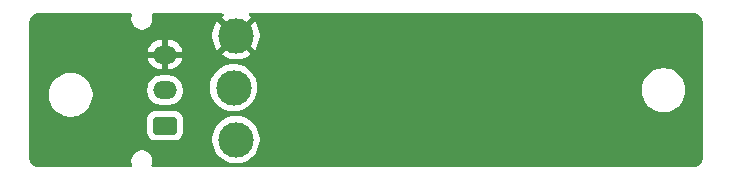
<source format=gbr>
%TF.GenerationSoftware,KiCad,Pcbnew,9.0.0*%
%TF.CreationDate,2025-03-23T00:29:21-05:00*%
%TF.ProjectId,LeakDetectionSensorV1,4c65616b-4465-4746-9563-74696f6e5365,rev?*%
%TF.SameCoordinates,Original*%
%TF.FileFunction,Copper,L2,Bot*%
%TF.FilePolarity,Positive*%
%FSLAX46Y46*%
G04 Gerber Fmt 4.6, Leading zero omitted, Abs format (unit mm)*
G04 Created by KiCad (PCBNEW 9.0.0) date 2025-03-23 00:29:21*
%MOMM*%
%LPD*%
G01*
G04 APERTURE LIST*
G04 Aperture macros list*
%AMRoundRect*
0 Rectangle with rounded corners*
0 $1 Rounding radius*
0 $2 $3 $4 $5 $6 $7 $8 $9 X,Y pos of 4 corners*
0 Add a 4 corners polygon primitive as box body*
4,1,4,$2,$3,$4,$5,$6,$7,$8,$9,$2,$3,0*
0 Add four circle primitives for the rounded corners*
1,1,$1+$1,$2,$3*
1,1,$1+$1,$4,$5*
1,1,$1+$1,$6,$7*
1,1,$1+$1,$8,$9*
0 Add four rect primitives between the rounded corners*
20,1,$1+$1,$2,$3,$4,$5,0*
20,1,$1+$1,$4,$5,$6,$7,0*
20,1,$1+$1,$6,$7,$8,$9,0*
20,1,$1+$1,$8,$9,$2,$3,0*%
G04 Aperture macros list end*
%TA.AperFunction,ComponentPad*%
%ADD10C,3.000000*%
%TD*%
%TA.AperFunction,ComponentPad*%
%ADD11RoundRect,0.250001X0.759999X-0.499999X0.759999X0.499999X-0.759999X0.499999X-0.759999X-0.499999X0*%
%TD*%
%TA.AperFunction,ComponentPad*%
%ADD12O,2.020000X1.500000*%
%TD*%
G04 APERTURE END LIST*
D10*
%TO.P,3V3,1,1*%
%TO.N,+3V3*%
X138800000Y-95000000D03*
%TD*%
%TO.P,GND,1,1*%
%TO.N,GND*%
X139000000Y-90600000D03*
%TD*%
%TO.P,SENS,1,1*%
%TO.N,Net-(J1-Pin_1)*%
X139000000Y-99400000D03*
%TD*%
D11*
%TO.P,J1,1,Pin_1*%
%TO.N,Net-(J1-Pin_1)*%
X132985000Y-98200000D03*
D12*
%TO.P,J1,2,Pin_2*%
%TO.N,+3V3*%
X132985000Y-95200000D03*
%TO.P,J1,3,Pin_3*%
%TO.N,GND*%
X132985000Y-92200000D03*
%TD*%
%TA.AperFunction,Conductor*%
%TO.N,GND*%
G36*
X130154901Y-88720185D02*
G01*
X130200656Y-88772989D01*
X130210600Y-88842147D01*
X130202423Y-88871953D01*
X130173529Y-88941708D01*
X130173527Y-88941716D01*
X130139500Y-89112781D01*
X130139500Y-89287218D01*
X130173527Y-89458283D01*
X130173529Y-89458291D01*
X130240278Y-89619439D01*
X130240283Y-89619448D01*
X130337186Y-89764473D01*
X130337189Y-89764477D01*
X130460522Y-89887810D01*
X130460526Y-89887813D01*
X130605551Y-89984716D01*
X130605557Y-89984719D01*
X130605558Y-89984720D01*
X130766709Y-90051471D01*
X130937781Y-90085499D01*
X130937785Y-90085500D01*
X130937786Y-90085500D01*
X131112215Y-90085500D01*
X131112216Y-90085499D01*
X131283291Y-90051471D01*
X131444442Y-89984720D01*
X131589474Y-89887813D01*
X131712813Y-89764474D01*
X131809720Y-89619442D01*
X131876471Y-89458291D01*
X131910500Y-89287214D01*
X131910500Y-89112786D01*
X131876471Y-88941709D01*
X131847576Y-88871952D01*
X131840108Y-88802483D01*
X131871383Y-88740004D01*
X131931472Y-88704352D01*
X131962138Y-88700500D01*
X137827259Y-88700500D01*
X137894298Y-88720185D01*
X137940053Y-88772989D01*
X137949997Y-88842147D01*
X137920972Y-88905703D01*
X137889257Y-88931888D01*
X137886471Y-88933495D01*
X137773633Y-89020079D01*
X137773633Y-89020080D01*
X138675974Y-89922421D01*
X138644742Y-89935359D01*
X138521903Y-90017437D01*
X138417437Y-90121903D01*
X138335359Y-90244742D01*
X138322421Y-90275974D01*
X137420080Y-89373633D01*
X137420079Y-89373633D01*
X137333496Y-89486471D01*
X137202409Y-89713517D01*
X137202404Y-89713528D01*
X137102075Y-89955744D01*
X137034222Y-90208979D01*
X137034220Y-90208990D01*
X137000000Y-90468905D01*
X137000000Y-90731094D01*
X137034220Y-90991009D01*
X137034222Y-90991020D01*
X137102075Y-91244255D01*
X137202404Y-91486471D01*
X137202409Y-91486482D01*
X137333488Y-91713516D01*
X137333494Y-91713524D01*
X137420080Y-91826365D01*
X138322421Y-90924024D01*
X138335359Y-90955258D01*
X138417437Y-91078097D01*
X138521903Y-91182563D01*
X138644742Y-91264641D01*
X138675974Y-91277577D01*
X137773633Y-92179917D01*
X137773633Y-92179918D01*
X137886475Y-92266505D01*
X137886483Y-92266511D01*
X138113517Y-92397590D01*
X138113528Y-92397595D01*
X138355744Y-92497924D01*
X138608979Y-92565777D01*
X138608990Y-92565779D01*
X138868905Y-92599999D01*
X138868920Y-92600000D01*
X139131080Y-92600000D01*
X139131094Y-92599999D01*
X139391009Y-92565779D01*
X139391020Y-92565777D01*
X139644255Y-92497924D01*
X139886471Y-92397595D01*
X139886482Y-92397590D01*
X140113516Y-92266511D01*
X140113534Y-92266499D01*
X140226365Y-92179919D01*
X140226365Y-92179917D01*
X139324025Y-91277578D01*
X139355258Y-91264641D01*
X139478097Y-91182563D01*
X139582563Y-91078097D01*
X139664641Y-90955258D01*
X139677577Y-90924025D01*
X140579917Y-91826365D01*
X140579919Y-91826365D01*
X140666499Y-91713534D01*
X140666511Y-91713516D01*
X140797590Y-91486482D01*
X140797595Y-91486471D01*
X140897924Y-91244255D01*
X140965777Y-90991020D01*
X140965779Y-90991009D01*
X140999999Y-90731094D01*
X141000000Y-90731080D01*
X141000000Y-90468919D01*
X140999999Y-90468905D01*
X140965779Y-90208990D01*
X140965777Y-90208979D01*
X140897924Y-89955744D01*
X140797595Y-89713528D01*
X140797590Y-89713517D01*
X140666511Y-89486483D01*
X140666505Y-89486475D01*
X140579918Y-89373633D01*
X140579917Y-89373633D01*
X139677577Y-90275973D01*
X139664641Y-90244742D01*
X139582563Y-90121903D01*
X139478097Y-90017437D01*
X139355258Y-89935359D01*
X139324023Y-89922421D01*
X140226365Y-89020080D01*
X140113524Y-88933494D01*
X140113516Y-88933488D01*
X140110744Y-88931888D01*
X140062527Y-88881322D01*
X140049303Y-88812715D01*
X140075270Y-88747850D01*
X140132183Y-88707321D01*
X140172742Y-88700500D01*
X177734108Y-88700500D01*
X177793907Y-88700500D01*
X177806061Y-88701097D01*
X177924317Y-88712744D01*
X177948145Y-88717483D01*
X178056005Y-88750202D01*
X178078453Y-88759501D01*
X178162113Y-88804218D01*
X178177849Y-88812629D01*
X178198059Y-88826133D01*
X178285179Y-88897630D01*
X178302369Y-88914820D01*
X178373866Y-89001940D01*
X178387370Y-89022150D01*
X178440495Y-89121538D01*
X178449798Y-89143997D01*
X178482514Y-89251848D01*
X178487256Y-89275688D01*
X178498903Y-89393937D01*
X178499500Y-89406092D01*
X178499500Y-100993907D01*
X178498903Y-101006061D01*
X178498903Y-101006062D01*
X178487256Y-101124311D01*
X178482514Y-101148151D01*
X178449798Y-101256002D01*
X178440495Y-101278461D01*
X178387370Y-101377849D01*
X178373866Y-101398059D01*
X178302369Y-101485179D01*
X178285179Y-101502369D01*
X178198059Y-101573866D01*
X178177849Y-101587370D01*
X178078461Y-101640495D01*
X178056002Y-101649798D01*
X177948151Y-101682514D01*
X177924311Y-101687256D01*
X177839109Y-101695648D01*
X177806060Y-101698903D01*
X177793907Y-101699500D01*
X131962138Y-101699500D01*
X131895099Y-101679815D01*
X131849344Y-101627011D01*
X131839400Y-101557853D01*
X131847577Y-101528047D01*
X131858213Y-101502369D01*
X131876471Y-101458291D01*
X131910500Y-101287214D01*
X131910500Y-101112786D01*
X131876471Y-100941709D01*
X131809720Y-100780558D01*
X131809719Y-100780557D01*
X131809716Y-100780551D01*
X131712813Y-100635526D01*
X131712810Y-100635522D01*
X131589477Y-100512189D01*
X131589473Y-100512186D01*
X131444448Y-100415283D01*
X131444439Y-100415278D01*
X131283291Y-100348529D01*
X131283283Y-100348527D01*
X131112218Y-100314500D01*
X131112214Y-100314500D01*
X130937786Y-100314500D01*
X130937781Y-100314500D01*
X130766716Y-100348527D01*
X130766708Y-100348529D01*
X130605560Y-100415278D01*
X130605551Y-100415283D01*
X130460526Y-100512186D01*
X130460522Y-100512189D01*
X130337189Y-100635522D01*
X130337186Y-100635526D01*
X130240283Y-100780551D01*
X130240278Y-100780560D01*
X130173529Y-100941708D01*
X130173527Y-100941716D01*
X130139500Y-101112781D01*
X130139500Y-101287218D01*
X130173527Y-101458283D01*
X130173529Y-101458291D01*
X130202423Y-101528047D01*
X130209892Y-101597517D01*
X130178617Y-101659996D01*
X130118528Y-101695648D01*
X130087862Y-101699500D01*
X122206093Y-101699500D01*
X122193939Y-101698903D01*
X122143081Y-101693893D01*
X122075688Y-101687256D01*
X122051848Y-101682514D01*
X121943997Y-101649798D01*
X121921541Y-101640496D01*
X121822150Y-101587370D01*
X121801940Y-101573866D01*
X121714820Y-101502369D01*
X121697630Y-101485179D01*
X121626133Y-101398059D01*
X121612629Y-101377849D01*
X121606440Y-101366270D01*
X121559501Y-101278453D01*
X121550201Y-101256002D01*
X121517483Y-101148145D01*
X121512744Y-101124317D01*
X121501097Y-101006061D01*
X121500500Y-100993907D01*
X121500500Y-97649984D01*
X131474500Y-97649984D01*
X131474500Y-98750015D01*
X131485000Y-98852795D01*
X131485001Y-98852796D01*
X131540186Y-99019335D01*
X131540187Y-99019337D01*
X131632286Y-99168651D01*
X131632289Y-99168655D01*
X131756344Y-99292710D01*
X131756348Y-99292713D01*
X131905662Y-99384812D01*
X131905664Y-99384813D01*
X131905666Y-99384814D01*
X132072203Y-99439999D01*
X132174992Y-99450500D01*
X132174997Y-99450500D01*
X133795003Y-99450500D01*
X133795008Y-99450500D01*
X133897797Y-99439999D01*
X134064334Y-99384814D01*
X134213655Y-99292711D01*
X134237494Y-99268872D01*
X136999500Y-99268872D01*
X136999500Y-99531127D01*
X137026123Y-99733339D01*
X137033730Y-99791116D01*
X137101602Y-100044418D01*
X137101605Y-100044428D01*
X137201953Y-100286690D01*
X137201958Y-100286700D01*
X137333075Y-100513803D01*
X137492718Y-100721851D01*
X137492726Y-100721860D01*
X137678140Y-100907274D01*
X137678148Y-100907281D01*
X137886196Y-101066924D01*
X138113299Y-101198041D01*
X138113309Y-101198046D01*
X138328590Y-101287218D01*
X138355581Y-101298398D01*
X138608884Y-101366270D01*
X138868880Y-101400500D01*
X138868887Y-101400500D01*
X139131113Y-101400500D01*
X139131120Y-101400500D01*
X139391116Y-101366270D01*
X139644419Y-101298398D01*
X139886697Y-101198043D01*
X140113803Y-101066924D01*
X140321851Y-100907282D01*
X140321855Y-100907277D01*
X140321860Y-100907274D01*
X140507274Y-100721860D01*
X140507277Y-100721855D01*
X140507282Y-100721851D01*
X140666924Y-100513803D01*
X140798043Y-100286697D01*
X140898398Y-100044419D01*
X140966270Y-99791116D01*
X141000500Y-99531120D01*
X141000500Y-99268880D01*
X140966270Y-99008884D01*
X140898398Y-98755581D01*
X140898394Y-98755571D01*
X140798046Y-98513309D01*
X140798041Y-98513299D01*
X140666924Y-98286196D01*
X140507281Y-98078148D01*
X140507274Y-98078140D01*
X140321860Y-97892726D01*
X140321851Y-97892718D01*
X140113803Y-97733075D01*
X139886700Y-97601958D01*
X139886690Y-97601953D01*
X139644428Y-97501605D01*
X139644421Y-97501603D01*
X139644419Y-97501602D01*
X139391116Y-97433730D01*
X139333339Y-97426123D01*
X139131127Y-97399500D01*
X139131120Y-97399500D01*
X138868880Y-97399500D01*
X138868872Y-97399500D01*
X138637772Y-97429926D01*
X138608884Y-97433730D01*
X138355581Y-97501602D01*
X138355571Y-97501605D01*
X138113309Y-97601953D01*
X138113299Y-97601958D01*
X137886196Y-97733075D01*
X137678148Y-97892718D01*
X137492718Y-98078148D01*
X137333075Y-98286196D01*
X137201958Y-98513299D01*
X137201953Y-98513309D01*
X137101605Y-98755571D01*
X137101602Y-98755581D01*
X137075554Y-98852796D01*
X137033730Y-99008885D01*
X136999500Y-99268872D01*
X134237494Y-99268872D01*
X134337711Y-99168655D01*
X134429814Y-99019334D01*
X134484999Y-98852797D01*
X134495500Y-98750008D01*
X134495500Y-97649992D01*
X134484999Y-97547203D01*
X134429814Y-97380666D01*
X134357374Y-97263224D01*
X134337713Y-97231348D01*
X134337710Y-97231344D01*
X134213655Y-97107289D01*
X134213651Y-97107286D01*
X134064337Y-97015187D01*
X134064335Y-97015186D01*
X133981065Y-96987593D01*
X133897797Y-96960001D01*
X133897795Y-96960000D01*
X133795015Y-96949500D01*
X133795008Y-96949500D01*
X132174992Y-96949500D01*
X132174984Y-96949500D01*
X132072204Y-96960000D01*
X132072203Y-96960001D01*
X131905664Y-97015186D01*
X131905662Y-97015187D01*
X131756348Y-97107286D01*
X131756344Y-97107289D01*
X131632289Y-97231344D01*
X131632286Y-97231348D01*
X131540187Y-97380662D01*
X131540186Y-97380664D01*
X131485001Y-97547203D01*
X131485000Y-97547204D01*
X131474500Y-97649984D01*
X121500500Y-97649984D01*
X121500500Y-95478711D01*
X123149500Y-95478711D01*
X123149500Y-95721288D01*
X123181161Y-95961785D01*
X123243947Y-96196104D01*
X123296037Y-96321860D01*
X123336776Y-96420212D01*
X123458064Y-96630289D01*
X123458066Y-96630292D01*
X123458067Y-96630293D01*
X123605733Y-96822736D01*
X123605739Y-96822743D01*
X123777256Y-96994260D01*
X123777263Y-96994266D01*
X123804527Y-97015186D01*
X123969711Y-97141936D01*
X124179788Y-97263224D01*
X124403900Y-97356054D01*
X124638211Y-97418838D01*
X124818586Y-97442584D01*
X124878711Y-97450500D01*
X124878712Y-97450500D01*
X125121289Y-97450500D01*
X125169388Y-97444167D01*
X125361789Y-97418838D01*
X125596100Y-97356054D01*
X125820212Y-97263224D01*
X126030289Y-97141936D01*
X126222738Y-96994265D01*
X126394265Y-96822738D01*
X126541936Y-96630289D01*
X126663224Y-96420212D01*
X126756054Y-96196100D01*
X126818838Y-95961789D01*
X126850500Y-95721288D01*
X126850500Y-95478712D01*
X126818838Y-95238211D01*
X126782227Y-95101577D01*
X131474500Y-95101577D01*
X131474500Y-95298422D01*
X131505290Y-95492826D01*
X131566117Y-95680029D01*
X131655476Y-95855405D01*
X131771172Y-96014646D01*
X131910354Y-96153828D01*
X132069595Y-96269524D01*
X132152455Y-96311743D01*
X132244970Y-96358882D01*
X132244972Y-96358882D01*
X132244975Y-96358884D01*
X132345317Y-96391487D01*
X132432173Y-96419709D01*
X132626578Y-96450500D01*
X132626583Y-96450500D01*
X133343422Y-96450500D01*
X133537826Y-96419709D01*
X133725025Y-96358884D01*
X133900405Y-96269524D01*
X134059646Y-96153828D01*
X134198828Y-96014646D01*
X134314524Y-95855405D01*
X134403884Y-95680025D01*
X134464709Y-95492826D01*
X134466945Y-95478711D01*
X134495500Y-95298422D01*
X134495500Y-95101577D01*
X134477586Y-94988483D01*
X134464709Y-94907174D01*
X134464661Y-94907027D01*
X134463397Y-94903134D01*
X134463396Y-94903133D01*
X134452264Y-94868872D01*
X136799500Y-94868872D01*
X136799500Y-95131127D01*
X136821526Y-95298422D01*
X136833730Y-95391116D01*
X136901602Y-95644418D01*
X136901605Y-95644428D01*
X137001953Y-95886690D01*
X137001958Y-95886700D01*
X137133075Y-96113803D01*
X137292718Y-96321851D01*
X137292726Y-96321860D01*
X137478140Y-96507274D01*
X137478148Y-96507281D01*
X137686196Y-96666924D01*
X137913299Y-96798041D01*
X137913309Y-96798046D01*
X138070668Y-96863226D01*
X138155581Y-96898398D01*
X138408884Y-96966270D01*
X138668880Y-97000500D01*
X138668887Y-97000500D01*
X138931113Y-97000500D01*
X138931120Y-97000500D01*
X139191116Y-96966270D01*
X139444419Y-96898398D01*
X139686697Y-96798043D01*
X139913803Y-96666924D01*
X140121851Y-96507282D01*
X140121855Y-96507277D01*
X140121860Y-96507274D01*
X140307274Y-96321860D01*
X140307277Y-96321855D01*
X140307282Y-96321851D01*
X140466924Y-96113803D01*
X140598043Y-95886697D01*
X140698398Y-95644419D01*
X140766270Y-95391116D01*
X140800500Y-95131120D01*
X140800500Y-95078711D01*
X173349500Y-95078711D01*
X173349500Y-95321288D01*
X173381161Y-95561785D01*
X173443947Y-95796104D01*
X173512575Y-95961785D01*
X173536776Y-96020212D01*
X173658064Y-96230289D01*
X173658066Y-96230292D01*
X173658067Y-96230293D01*
X173805733Y-96422736D01*
X173805739Y-96422743D01*
X173977256Y-96594260D01*
X173977262Y-96594265D01*
X174169711Y-96741936D01*
X174379788Y-96863224D01*
X174603900Y-96956054D01*
X174838211Y-97018838D01*
X175018586Y-97042584D01*
X175078711Y-97050500D01*
X175078712Y-97050500D01*
X175321289Y-97050500D01*
X175369388Y-97044167D01*
X175561789Y-97018838D01*
X175796100Y-96956054D01*
X176020212Y-96863224D01*
X176230289Y-96741936D01*
X176422738Y-96594265D01*
X176594265Y-96422738D01*
X176741936Y-96230289D01*
X176863224Y-96020212D01*
X176956054Y-95796100D01*
X177018838Y-95561789D01*
X177050500Y-95321288D01*
X177050500Y-95078712D01*
X177018838Y-94838211D01*
X176956054Y-94603900D01*
X176863224Y-94379788D01*
X176741936Y-94169711D01*
X176596589Y-93980291D01*
X176594266Y-93977263D01*
X176594260Y-93977256D01*
X176422743Y-93805739D01*
X176422736Y-93805733D01*
X176230293Y-93658067D01*
X176230292Y-93658066D01*
X176230289Y-93658064D01*
X176020212Y-93536776D01*
X176020205Y-93536773D01*
X175796104Y-93443947D01*
X175561785Y-93381161D01*
X175321289Y-93349500D01*
X175321288Y-93349500D01*
X175078712Y-93349500D01*
X175078711Y-93349500D01*
X174838214Y-93381161D01*
X174603895Y-93443947D01*
X174379794Y-93536773D01*
X174379785Y-93536777D01*
X174169706Y-93658067D01*
X173977263Y-93805733D01*
X173977256Y-93805739D01*
X173805739Y-93977256D01*
X173805733Y-93977263D01*
X173658067Y-94169706D01*
X173536777Y-94379785D01*
X173536773Y-94379794D01*
X173443947Y-94603895D01*
X173381161Y-94838214D01*
X173349500Y-95078711D01*
X140800500Y-95078711D01*
X140800500Y-94868880D01*
X140766270Y-94608884D01*
X140698398Y-94355581D01*
X140653080Y-94246174D01*
X140598046Y-94113309D01*
X140598041Y-94113299D01*
X140466924Y-93886196D01*
X140307281Y-93678148D01*
X140307274Y-93678140D01*
X140121860Y-93492726D01*
X140121851Y-93492718D01*
X139913803Y-93333075D01*
X139686700Y-93201958D01*
X139686690Y-93201953D01*
X139444428Y-93101605D01*
X139444421Y-93101603D01*
X139444419Y-93101602D01*
X139191116Y-93033730D01*
X139133339Y-93026123D01*
X138931127Y-92999500D01*
X138931120Y-92999500D01*
X138668880Y-92999500D01*
X138668872Y-92999500D01*
X138437772Y-93029926D01*
X138408884Y-93033730D01*
X138155581Y-93101602D01*
X138155571Y-93101605D01*
X137913309Y-93201953D01*
X137913299Y-93201958D01*
X137686196Y-93333075D01*
X137478148Y-93492718D01*
X137292718Y-93678148D01*
X137133075Y-93886196D01*
X137001958Y-94113299D01*
X137001953Y-94113309D01*
X136901605Y-94355571D01*
X136901602Y-94355581D01*
X136835066Y-94603900D01*
X136833730Y-94608885D01*
X136799500Y-94868872D01*
X134452264Y-94868872D01*
X134423320Y-94779794D01*
X134403884Y-94719975D01*
X134403882Y-94719972D01*
X134403882Y-94719970D01*
X134327321Y-94569711D01*
X134314524Y-94544595D01*
X134198828Y-94385354D01*
X134059646Y-94246172D01*
X133900405Y-94130476D01*
X133866693Y-94113299D01*
X133725029Y-94041117D01*
X133537826Y-93980290D01*
X133343422Y-93949500D01*
X133343417Y-93949500D01*
X132626583Y-93949500D01*
X132626578Y-93949500D01*
X132432173Y-93980290D01*
X132244970Y-94041117D01*
X132069594Y-94130476D01*
X132015593Y-94169711D01*
X131910354Y-94246172D01*
X131910352Y-94246174D01*
X131910351Y-94246174D01*
X131771174Y-94385351D01*
X131771174Y-94385352D01*
X131771172Y-94385354D01*
X131721485Y-94453741D01*
X131655476Y-94544594D01*
X131566117Y-94719970D01*
X131505290Y-94907173D01*
X131474500Y-95101577D01*
X126782227Y-95101577D01*
X126756054Y-95003900D01*
X126663224Y-94779788D01*
X126541936Y-94569711D01*
X126394265Y-94377262D01*
X126394260Y-94377256D01*
X126222743Y-94205739D01*
X126222736Y-94205733D01*
X126030293Y-94058067D01*
X126030292Y-94058066D01*
X126030289Y-94058064D01*
X125820212Y-93936776D01*
X125820205Y-93936773D01*
X125596104Y-93843947D01*
X125361785Y-93781161D01*
X125121289Y-93749500D01*
X125121288Y-93749500D01*
X124878712Y-93749500D01*
X124878711Y-93749500D01*
X124638214Y-93781161D01*
X124403895Y-93843947D01*
X124179794Y-93936773D01*
X124179785Y-93936777D01*
X123969706Y-94058067D01*
X123777263Y-94205733D01*
X123777256Y-94205739D01*
X123605739Y-94377256D01*
X123605733Y-94377263D01*
X123458067Y-94569706D01*
X123336777Y-94779785D01*
X123336773Y-94779794D01*
X123243947Y-95003895D01*
X123181161Y-95238214D01*
X123149500Y-95478711D01*
X121500500Y-95478711D01*
X121500500Y-91950000D01*
X131499016Y-91950000D01*
X132540440Y-91950000D01*
X132509755Y-92003147D01*
X132475000Y-92132857D01*
X132475000Y-92267143D01*
X132509755Y-92396853D01*
X132540440Y-92450000D01*
X131499016Y-92450000D01*
X131505781Y-92492716D01*
X131566581Y-92679837D01*
X131655904Y-92855143D01*
X131771555Y-93014321D01*
X131910678Y-93153444D01*
X132069856Y-93269095D01*
X132245164Y-93358418D01*
X132432294Y-93419221D01*
X132626618Y-93450000D01*
X132735000Y-93450000D01*
X132735000Y-92644560D01*
X132788147Y-92675245D01*
X132917857Y-92710000D01*
X133052143Y-92710000D01*
X133181853Y-92675245D01*
X133235000Y-92644560D01*
X133235000Y-93450000D01*
X133343382Y-93450000D01*
X133537705Y-93419221D01*
X133724835Y-93358418D01*
X133900143Y-93269095D01*
X134059321Y-93153444D01*
X134198444Y-93014321D01*
X134314095Y-92855143D01*
X134403418Y-92679837D01*
X134464218Y-92492716D01*
X134470984Y-92450000D01*
X133429560Y-92450000D01*
X133460245Y-92396853D01*
X133495000Y-92267143D01*
X133495000Y-92132857D01*
X133460245Y-92003147D01*
X133429560Y-91950000D01*
X134470984Y-91950000D01*
X134464218Y-91907283D01*
X134403418Y-91720162D01*
X134314095Y-91544856D01*
X134198444Y-91385678D01*
X134059321Y-91246555D01*
X133900143Y-91130904D01*
X133724835Y-91041581D01*
X133537705Y-90980778D01*
X133343382Y-90950000D01*
X133235000Y-90950000D01*
X133235000Y-91755439D01*
X133181853Y-91724755D01*
X133052143Y-91690000D01*
X132917857Y-91690000D01*
X132788147Y-91724755D01*
X132735000Y-91755439D01*
X132735000Y-90950000D01*
X132626618Y-90950000D01*
X132432294Y-90980778D01*
X132245164Y-91041581D01*
X132069856Y-91130904D01*
X131910678Y-91246555D01*
X131771555Y-91385678D01*
X131655904Y-91544856D01*
X131566581Y-91720162D01*
X131505781Y-91907283D01*
X131499016Y-91950000D01*
X121500500Y-91950000D01*
X121500500Y-89406092D01*
X121501097Y-89393938D01*
X121503097Y-89373633D01*
X121512744Y-89275678D01*
X121517483Y-89251856D01*
X121550203Y-89143990D01*
X121559499Y-89121549D01*
X121612632Y-89022144D01*
X121626133Y-89001940D01*
X121697635Y-88914814D01*
X121714814Y-88897635D01*
X121801942Y-88826131D01*
X121822144Y-88812632D01*
X121921549Y-88759499D01*
X121943990Y-88750203D01*
X122051856Y-88717483D01*
X122075682Y-88712744D01*
X122175730Y-88702890D01*
X122193940Y-88701097D01*
X122206093Y-88700500D01*
X122265892Y-88700500D01*
X130087862Y-88700500D01*
X130154901Y-88720185D01*
G37*
%TD.AperFunction*%
%TD*%
M02*

</source>
